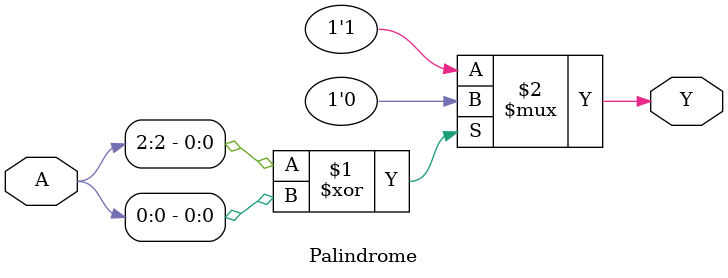
<source format=sv>

module Palindrome (A,Y);
  input[3:0] A;
    
    output Y;
  assign Y= (A[2]^A[0])? 1'b0 : 1'b1;
endmodule
</source>
